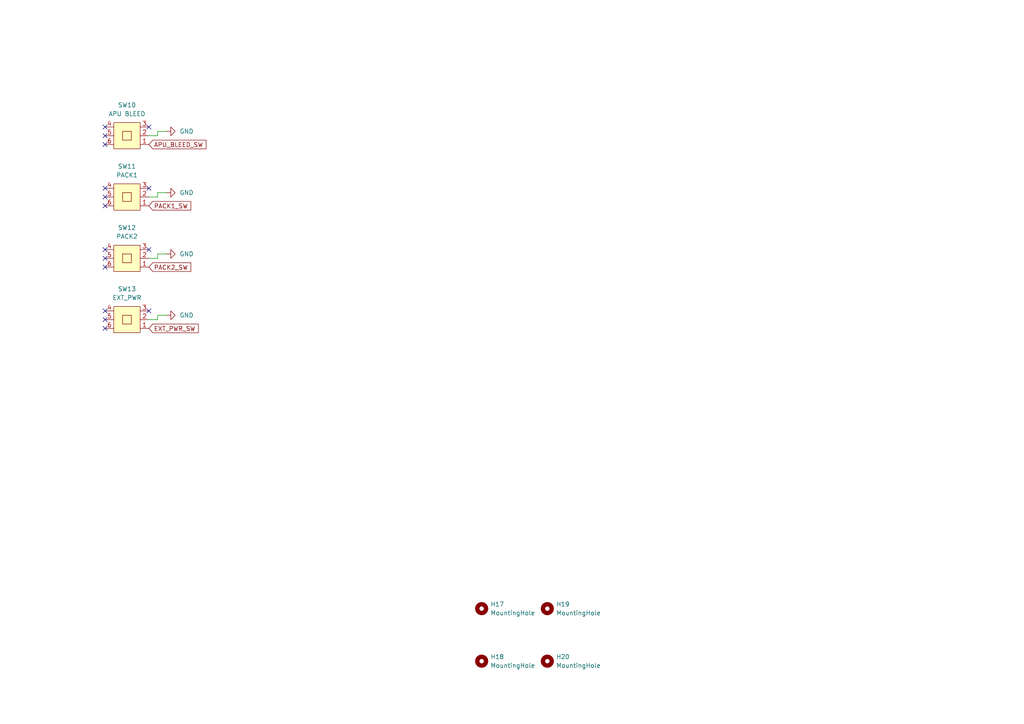
<source format=kicad_sch>
(kicad_sch (version 20231120) (generator "eeschema") (generator_version "8.0")
  (paper "A4")
  (lib_symbols
    (symbol "Mechanical:MountingHole" (pin_names (offset 1.016)) (exclude_from_sim yes) (in_bom no)
      (property "Reference" "H" (at 0 5.08 0))
      (property "Value" "MountingHole" (at 0 3.175 0))
      (symbol "MountingHole_0_1"
        (circle (center 0 0) (radius 1.27) (stroke (width 1.27)))
      )
    )
    (symbol "SFLibrary:SW_DPDT_XLX" (pin_names (offset 1.016))
      (property "Reference" "U" (at 0 5.08 0))
      (property "Value" "SW_DPDT_XLX" (at 0 2.54 0))
      (symbol "SW_DPDT_XLX_0_1"
        (rectangle (start -3.81 0) (end 3.81 -7.62) (fill (type background)))
        (polyline (pts (xy -1.27 -2.54) (xy 1.27 -2.54) (xy 1.27 -5.08) (xy -1.27 -5.08) (xy -1.27 -2.54)))
      )
      (symbol "SW_DPDT_XLX_1_1"
        (pin input line (at 6.35 -6.35 180) (length 2.54) (name "~") (number "1"))
        (pin input line (at 6.35 -3.81 180) (length 2.54) (name "~") (number "2"))
        (pin input line (at 6.35 -1.27 180) (length 2.54) (name "~") (number "3"))
        (pin input line (at -6.35 -1.27 0) (length 2.54) (name "~") (number "4"))
        (pin input line (at -6.35 -3.81 0) (length 2.54) (name "~") (number "5"))
        (pin input line (at -6.35 -6.35 0) (length 2.54) (name "~") (number "6"))
      )
    )
    (symbol "power:GND" (power) (pin_numbers hide) (pin_names (offset 0) hide)
      (property "Value" "GND" (at 0 -3.81 0))
      (symbol "GND_0_1"
        (polyline (pts (xy 0 0) (xy 0 -1.27) (xy 1.27 -1.27) (xy 0 -2.54) (xy -1.27 -1.27) (xy 0 -1.27)))
      )
      (symbol "GND_1_1"
        (pin power_in line (at 0 0 270) (length 0) (name "~") (number "1"))
      )
    )
  )
  (no_connect (at 30.48 54.61))
  (no_connect (at 43.18 90.17))
  (no_connect (at 43.18 54.61))
  (no_connect (at 30.48 92.71))
  (no_connect (at 30.48 39.37))
  (no_connect (at 30.48 95.25))
  (no_connect (at 30.48 59.69))
  (no_connect (at 30.48 41.91))
  (no_connect (at 30.48 77.47))
  (no_connect (at 43.18 36.83))
  (no_connect (at 30.48 36.83))
  (no_connect (at 43.18 72.39))
  (no_connect (at 30.48 90.17))
  (no_connect (at 30.48 74.93))
  (no_connect (at 30.48 57.15))
  (no_connect (at 30.48 72.39))
  (wire (pts (xy 45.72 73.66) (xy 45.72 74.93)))
  (wire (pts (xy 45.72 74.93) (xy 43.18 74.93)))
  (wire (pts (xy 45.72 39.37) (xy 43.18 39.37)))
  (wire (pts (xy 48.26 73.66) (xy 45.72 73.66)))
  (wire (pts (xy 45.72 38.1) (xy 45.72 39.37)))
  (wire (pts (xy 45.72 91.44) (xy 45.72 92.71)))
  (wire (pts (xy 48.26 91.44) (xy 45.72 91.44)))
  (wire (pts (xy 45.72 92.71) (xy 43.18 92.71)))
  (wire (pts (xy 48.26 38.1) (xy 45.72 38.1)))
  (wire (pts (xy 45.72 57.15) (xy 43.18 57.15)))
  (wire (pts (xy 48.26 55.88) (xy 45.72 55.88)))
  (wire (pts (xy 45.72 55.88) (xy 45.72 57.15)))
  (global_label "PACK1_SW" (shape input) (at 43.18 59.69 0) (property "Intersheetrefs" "${INTERSHEET_REFS}" (effects (hide yes))))
  (global_label "APU_BLEED_SW" (shape input) (at 43.18 41.91 0) (property "Intersheetrefs" "${INTERSHEET_REFS}" (effects (hide yes))))
  (global_label "PACK2_SW" (shape input) (at 43.18 77.47 0) (property "Intersheetrefs" "${INTERSHEET_REFS}" (effects (hide yes))))
  (global_label "EXT_PWR_SW" (shape input) (at 43.18 95.25 0) (property "Intersheetrefs" "${INTERSHEET_REFS}" (effects (hide yes))))
  (symbol (lib_id "Mechanical:MountingHole") (at 139.7 191.77 0) (unit 1) (exclude_from_sim yes) (in_bom no)
    (property "Reference" "H18" (at 142.24 190.4999 0) (effects (justify left)))
    (property "Value" "MountingHole" (at 142.24 193.0399 0) (effects (justify left)))
    (property "Footprint" "MountingHole:MountingHole_3.2mm_M3_DIN965_Pad_TopBottom" (effects (hide yes)))
    (property "Description" "Mounting Hole without connection" (effects (hide yes)))
  )
  (symbol (lib_id "power:GND") (at 48.26 91.44 90) (unit 1)
    (property "Reference" "#PWR0113" (effects (hide yes)))
    (property "Value" "GND" (at 52.07 91.4399 90) (effects (justify right)))
    (property "Description" "Power symbol creates a global label with name \"GND\" , ground" (effects (hide yes)))
  )
  (symbol (lib_id "SFLibrary:SW_DPDT_XLX") (at 36.83 71.12 0) (unit 1)
    (property "Reference" "SW12" (at 36.83 66.04 0))
    (property "Value" "PACK2" (at 36.83 68.58 0))
    (property "Footprint" "SFLibrary:G-Switch PS-7054DVB-6PN" (effects (hide yes)))
  )
  (symbol (lib_id "power:GND") (at 48.26 73.66 90) (unit 1)
    (property "Reference" "#PWR0112" (effects (hide yes)))
    (property "Value" "GND" (at 52.07 73.6599 90) (effects (justify right)))
    (property "Description" "Power symbol creates a global label with name \"GND\" , ground" (effects (hide yes)))
  )
  (symbol (lib_id "power:GND") (at 48.26 55.88 90) (unit 1)
    (property "Reference" "#PWR0111" (effects (hide yes)))
    (property "Value" "GND" (at 52.07 55.8799 90) (effects (justify right)))
    (property "Description" "Power symbol creates a global label with name \"GND\" , ground" (effects (hide yes)))
  )
  (symbol (lib_id "SFLibrary:SW_DPDT_XLX") (at 36.83 35.56 0) (unit 1)
    (property "Reference" "SW10" (at 36.83 30.48 0))
    (property "Value" "APU BLEED" (at 36.83 33.02 0))
    (property "Footprint" "SFLibrary:G-Switch PS-7054DVB-6PN" (effects (hide yes)))
  )
  (symbol (lib_id "Mechanical:MountingHole") (at 139.7 176.53 0) (unit 1) (exclude_from_sim yes) (in_bom no)
    (property "Reference" "H17" (at 142.24 175.2599 0) (effects (justify left)))
    (property "Value" "MountingHole" (at 142.24 177.7999 0) (effects (justify left)))
    (property "Footprint" "MountingHole:MountingHole_3.2mm_M3_DIN965_Pad_TopBottom" (effects (hide yes)))
    (property "Description" "Mounting Hole without connection" (effects (hide yes)))
  )
  (symbol (lib_id "Mechanical:MountingHole") (at 158.75 191.77 0) (unit 1) (exclude_from_sim yes) (in_bom no)
    (property "Reference" "H20" (at 161.29 190.4999 0) (effects (justify left)))
    (property "Value" "MountingHole" (at 161.29 193.0399 0) (effects (justify left)))
    (property "Footprint" "MountingHole:MountingHole_3.2mm_M3_DIN965_Pad_TopBottom" (effects (hide yes)))
    (property "Description" "Mounting Hole without connection" (effects (hide yes)))
  )
  (symbol (lib_id "power:GND") (at 48.26 38.1 90) (unit 1)
    (property "Reference" "#PWR0110" (effects (hide yes)))
    (property "Value" "GND" (at 52.07 38.0999 90) (effects (justify right)))
    (property "Description" "Power symbol creates a global label with name \"GND\" , ground" (effects (hide yes)))
  )
  (symbol (lib_id "SFLibrary:SW_DPDT_XLX") (at 36.83 88.9 0) (unit 1)
    (property "Reference" "SW13" (at 36.83 83.82 0))
    (property "Value" "EXT_PWR" (at 36.83 86.36 0))
    (property "Footprint" "SFLibrary:G-Switch PS-7054DVB-6PN" (effects (hide yes)))
  )
  (symbol (lib_id "Mechanical:MountingHole") (at 158.75 176.53 0) (unit 1) (exclude_from_sim yes) (in_bom no)
    (property "Reference" "H19" (at 161.29 175.2599 0) (effects (justify left)))
    (property "Value" "MountingHole" (at 161.29 177.7999 0) (effects (justify left)))
    (property "Footprint" "MountingHole:MountingHole_3.2mm_M3_DIN965_Pad_TopBottom" (effects (hide yes)))
    (property "Description" "Mounting Hole without connection" (effects (hide yes)))
  )
  (symbol (lib_id "SFLibrary:SW_DPDT_XLX") (at 36.83 53.34 0) (unit 1)
    (property "Reference" "SW11" (at 36.83 48.26 0))
    (property "Value" "PACK1" (at 36.83 50.8 0))
    (property "Footprint" "SFLibrary:G-Switch PS-7054DVB-6PN" (effects (hide yes)))
  )
)
</source>
